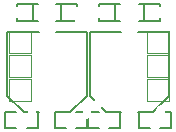
<source format=gbr>
%TF.GenerationSoftware,KiCad,Pcbnew,(6.0.6-0)*%
%TF.CreationDate,2022-07-23T15:50:50+10:00*%
%TF.ProjectId,phanblok,7068616e-626c-46f6-9b2e-6b696361645f,rev?*%
%TF.SameCoordinates,Original*%
%TF.FileFunction,Legend,Top*%
%TF.FilePolarity,Positive*%
%FSLAX46Y46*%
G04 Gerber Fmt 4.6, Leading zero omitted, Abs format (unit mm)*
G04 Created by KiCad (PCBNEW (6.0.6-0)) date 2022-07-23 15:50:50*
%MOMM*%
%LPD*%
G01*
G04 APERTURE LIST*
%ADD10C,0.150000*%
%ADD11C,0.120000*%
%ADD12R,1.000000X0.750000*%
%ADD13C,1.400000*%
%ADD14R,0.810000X0.860000*%
%ADD15R,1.200000X3.500000*%
%ADD16C,0.800000*%
G04 APERTURE END LIST*
D10*
%TO.C,D4*%
X132246000Y-65310000D02*
X134006000Y-65310000D01*
X132246000Y-66770000D02*
X134006000Y-66770000D01*
X134006000Y-66770000D02*
X134006000Y-66560000D01*
X134006000Y-65310000D02*
X134006000Y-65510000D01*
X132656000Y-65310000D02*
X132656000Y-66770000D01*
D11*
%TO.C,J1*%
X123074000Y-73594000D02*
X123074000Y-71744000D01*
X121224000Y-73594000D02*
X123074000Y-73594000D01*
X123074000Y-71744000D02*
X123074000Y-71694000D01*
X121224000Y-71694000D02*
X121224000Y-73594000D01*
X123074000Y-71694000D02*
X121224000Y-71694000D01*
D10*
%TO.C,R1*%
X120911000Y-75844000D02*
X121871000Y-75844000D01*
X120911000Y-74524000D02*
X120911000Y-75844000D01*
X123691000Y-74524000D02*
X123691000Y-75844000D01*
X123691000Y-75844000D02*
X122731000Y-75844000D01*
X121871000Y-74524000D02*
X120911000Y-74524000D01*
X122731000Y-74524000D02*
X123691000Y-74524000D01*
%TO.C,R4*%
X133174000Y-74524000D02*
X132214000Y-74524000D01*
X132214000Y-75844000D02*
X133174000Y-75844000D01*
X132214000Y-74524000D02*
X132214000Y-75844000D01*
X134994000Y-74524000D02*
X134994000Y-75844000D01*
X134994000Y-75844000D02*
X134034000Y-75844000D01*
X134034000Y-74524000D02*
X134994000Y-74524000D01*
D11*
%TO.C,J5*%
X121224000Y-69662000D02*
X121224000Y-71562000D01*
X123074000Y-71562000D02*
X123074000Y-69712000D01*
X121224000Y-71562000D02*
X123074000Y-71562000D01*
X123074000Y-69662000D02*
X121224000Y-69662000D01*
X123074000Y-69712000D02*
X123074000Y-69662000D01*
D10*
%TO.C,D3*%
X130644000Y-66770000D02*
X128884000Y-66770000D01*
X130644000Y-65310000D02*
X128884000Y-65310000D01*
X128884000Y-65310000D02*
X128884000Y-65520000D01*
X130234000Y-66770000D02*
X130234000Y-65310000D01*
X128884000Y-66770000D02*
X128884000Y-66570000D01*
%TO.C,C1*%
X125200000Y-67760000D02*
X127840000Y-67740000D01*
X122480000Y-74500000D02*
X123770000Y-74500000D01*
X127840000Y-73100000D02*
X126440000Y-74500000D01*
X127840000Y-67740000D02*
X127840000Y-73100000D01*
X121080000Y-67740000D02*
X121080000Y-73100000D01*
X126440000Y-74500000D02*
X125150000Y-74480000D01*
X123750000Y-67750000D02*
X121080000Y-67740000D01*
X121080000Y-73100000D02*
X122480000Y-74500000D01*
%TO.C,D2*%
X125261000Y-65310000D02*
X127021000Y-65310000D01*
X125671000Y-65310000D02*
X125671000Y-66770000D01*
X125261000Y-66770000D02*
X127021000Y-66770000D01*
X127021000Y-65310000D02*
X127021000Y-65510000D01*
X127021000Y-66770000D02*
X127021000Y-66560000D01*
%TO.C,R2*%
X129716000Y-75844000D02*
X130676000Y-75844000D01*
X127896000Y-75844000D02*
X127896000Y-74524000D01*
X128856000Y-75844000D02*
X127896000Y-75844000D01*
X127896000Y-74524000D02*
X128856000Y-74524000D01*
X130676000Y-75844000D02*
X130676000Y-74524000D01*
X130676000Y-74524000D02*
X129716000Y-74524000D01*
%TO.C,R3*%
X127882000Y-74524000D02*
X127882000Y-75844000D01*
X126922000Y-74524000D02*
X127882000Y-74524000D01*
X125102000Y-74524000D02*
X125102000Y-75844000D01*
X127882000Y-75844000D02*
X126922000Y-75844000D01*
X125102000Y-75844000D02*
X126062000Y-75844000D01*
X126062000Y-74524000D02*
X125102000Y-74524000D01*
D11*
%TO.C,J4*%
X132908000Y-69530000D02*
X134758000Y-69530000D01*
X134758000Y-67680000D02*
X134758000Y-67630000D01*
X134758000Y-69530000D02*
X134758000Y-67680000D01*
X132908000Y-67630000D02*
X132908000Y-69530000D01*
X134758000Y-67630000D02*
X132908000Y-67630000D01*
D10*
%TO.C,C2*%
X129465000Y-74500000D02*
X130755000Y-74500000D01*
X132185000Y-67760000D02*
X134825000Y-67740000D01*
X128065000Y-67740000D02*
X128065000Y-73100000D01*
X128065000Y-73100000D02*
X129465000Y-74500000D01*
X134825000Y-73100000D02*
X133425000Y-74500000D01*
X134825000Y-67740000D02*
X134825000Y-73100000D01*
X133425000Y-74500000D02*
X132135000Y-74480000D01*
X130735000Y-67750000D02*
X128065000Y-67740000D01*
D11*
%TO.C,J2*%
X134758000Y-73594000D02*
X134758000Y-71744000D01*
X132908000Y-71694000D02*
X132908000Y-73594000D01*
X132908000Y-73594000D02*
X134758000Y-73594000D01*
X134758000Y-71694000D02*
X132908000Y-71694000D01*
X134758000Y-71744000D02*
X134758000Y-71694000D01*
%TO.C,J3*%
X134758000Y-71562000D02*
X134758000Y-69712000D01*
X132908000Y-69662000D02*
X132908000Y-71562000D01*
X134758000Y-69712000D02*
X134758000Y-69662000D01*
X132908000Y-71562000D02*
X134758000Y-71562000D01*
X134758000Y-69662000D02*
X132908000Y-69662000D01*
D10*
%TO.C,D1*%
X121899000Y-65310000D02*
X121899000Y-65520000D01*
X123659000Y-65310000D02*
X121899000Y-65310000D01*
X121899000Y-66770000D02*
X121899000Y-66570000D01*
X123659000Y-66770000D02*
X121899000Y-66770000D01*
X123249000Y-66770000D02*
X123249000Y-65310000D01*
D11*
%TO.C,J6*%
X121224000Y-69530000D02*
X123074000Y-69530000D01*
X121224000Y-67630000D02*
X121224000Y-69530000D01*
X123074000Y-69530000D02*
X123074000Y-67680000D01*
X123074000Y-67680000D02*
X123074000Y-67630000D01*
X123074000Y-67630000D02*
X121224000Y-67630000D01*
%TD*%
%LPC*%
D12*
%TO.C,D4*%
X131926000Y-66040000D03*
X134266000Y-66040000D03*
%TD*%
D13*
%TO.C,J1*%
X122174000Y-72644000D03*
%TD*%
D14*
%TO.C,R1*%
X123051000Y-75184000D03*
X121551000Y-75184000D03*
%TD*%
%TO.C,R4*%
X134354000Y-75184000D03*
X132854000Y-75184000D03*
%TD*%
D13*
%TO.C,J5*%
X122174000Y-70612000D03*
%TD*%
D12*
%TO.C,D3*%
X130964000Y-66040000D03*
X128624000Y-66040000D03*
%TD*%
D15*
%TO.C,C1*%
X124460000Y-73790000D03*
X124460000Y-68450000D03*
%TD*%
D12*
%TO.C,D2*%
X124941000Y-66040000D03*
X127281000Y-66040000D03*
%TD*%
D14*
%TO.C,R2*%
X128536000Y-75184000D03*
X130036000Y-75184000D03*
%TD*%
%TO.C,R3*%
X127242000Y-75184000D03*
X125742000Y-75184000D03*
%TD*%
D13*
%TO.C,J4*%
X133858000Y-68580000D03*
%TD*%
D15*
%TO.C,C2*%
X131445000Y-73790000D03*
X131445000Y-68450000D03*
%TD*%
D13*
%TO.C,J2*%
X133858000Y-72644000D03*
%TD*%
%TO.C,J3*%
X133858000Y-70612000D03*
%TD*%
D12*
%TO.C,D1*%
X123979000Y-66040000D03*
X121639000Y-66040000D03*
%TD*%
D13*
%TO.C,J6*%
X122174000Y-68580000D03*
%TD*%
D16*
X128778000Y-73787000D03*
X125730000Y-68453000D03*
X134112000Y-74295000D03*
X127882612Y-74643500D03*
X123190000Y-74295000D03*
X127254000Y-66802000D03*
M02*

</source>
